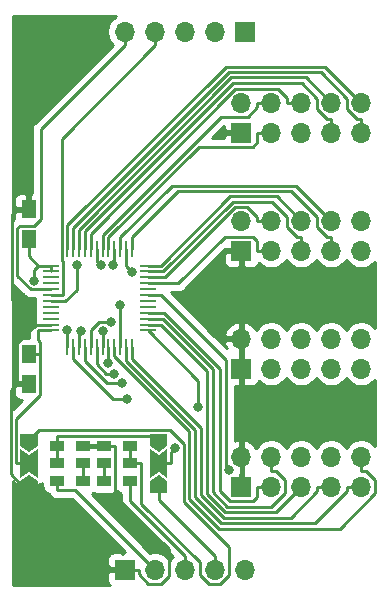
<source format=gtl>
%TF.GenerationSoftware,KiCad,Pcbnew,(5.1.6-0-10_14)*%
%TF.CreationDate,2020-09-10T15:29:25+09:00*%
%TF.ProjectId,qPCR-photo_mux_ADG731BSUZ,71504352-2d70-4686-9f74-6f5f6d75785f,rev?*%
%TF.SameCoordinates,Original*%
%TF.FileFunction,Copper,L1,Top*%
%TF.FilePolarity,Positive*%
%FSLAX46Y46*%
G04 Gerber Fmt 4.6, Leading zero omitted, Abs format (unit mm)*
G04 Created by KiCad (PCBNEW (5.1.6-0-10_14)) date 2020-09-10 15:29:25*
%MOMM*%
%LPD*%
G01*
G04 APERTURE LIST*
%TA.AperFunction,SMDPad,CuDef*%
%ADD10R,1.250000X1.500000*%
%TD*%
%TA.AperFunction,ComponentPad*%
%ADD11O,1.700000X1.700000*%
%TD*%
%TA.AperFunction,ComponentPad*%
%ADD12R,1.700000X1.700000*%
%TD*%
%TA.AperFunction,SMDPad,CuDef*%
%ADD13C,0.100000*%
%TD*%
%TA.AperFunction,Conductor*%
%ADD14C,0.100000*%
%TD*%
%TA.AperFunction,SMDPad,CuDef*%
%ADD15R,1.200000X0.900000*%
%TD*%
%TA.AperFunction,SMDPad,CuDef*%
%ADD16R,1.473200X0.279400*%
%TD*%
%TA.AperFunction,SMDPad,CuDef*%
%ADD17R,0.279400X1.473200*%
%TD*%
%TA.AperFunction,ViaPad*%
%ADD18C,0.800000*%
%TD*%
%TA.AperFunction,Conductor*%
%ADD19C,0.250000*%
%TD*%
%TA.AperFunction,Conductor*%
%ADD20C,0.254000*%
%TD*%
G04 APERTURE END LIST*
D10*
%TO.P,C1,2*%
%TO.N,GND*%
X85000000Y-79500000D03*
%TO.P,C1,1*%
%TO.N,VDD*%
X85000000Y-82000000D03*
%TD*%
%TO.P,C2,1*%
%TO.N,VSS*%
X85000000Y-91750000D03*
%TO.P,C2,2*%
%TO.N,GND*%
X85000000Y-94250000D03*
%TD*%
D11*
%TO.P,J1,5*%
%TO.N,PD_MUX_OUT*%
X103298000Y-110000000D03*
%TO.P,J1,4*%
%TO.N,VCC_LOGIC*%
X100758000Y-110000000D03*
%TO.P,J1,3*%
%TO.N,-10V*%
X98218000Y-110000000D03*
%TO.P,J1,2*%
%TO.N,+10V*%
X95678000Y-110000000D03*
D12*
%TO.P,J1,1*%
%TO.N,GND*%
X93138000Y-110000000D03*
%TD*%
%TO.P,J2,1*%
%TO.N,Net-(J2-Pad1)*%
X103298000Y-64440000D03*
D11*
%TO.P,J2,2*%
%TO.N,Net-(J2-Pad2)*%
X100758000Y-64440000D03*
%TO.P,J2,3*%
%TO.N,PD_MUX_SPL_SCLK*%
X98218000Y-64440000D03*
%TO.P,J2,4*%
%TO.N,PD_MUX_SPI_MOSI*%
X95678000Y-64440000D03*
%TO.P,J2,5*%
%TO.N,PD_MUX_SYNC*%
X93138000Y-64440000D03*
%TD*%
%TA.AperFunction,SMDPad,CuDef*%
D13*
%TO.P,JP1,1*%
%TO.N,VCC_LOGIC*%
G36*
X96000000Y-102000000D02*
G01*
X96750000Y-102500000D01*
X96750000Y-103500000D01*
X95250000Y-103500000D01*
X95250000Y-102500000D01*
X96000000Y-102000000D01*
G37*
%TD.AperFunction*%
%TA.AperFunction,Conductor*%
D14*
%TD*%
%TO.N,VDD*%
%TO.C,JP1*%
G36*
X96000000Y-100300000D02*
G01*
X96750000Y-99800000D01*
X96750000Y-102200000D01*
X96000000Y-101700000D01*
X95250000Y-102200000D01*
X95250000Y-99800000D01*
X96000000Y-100300000D01*
G37*
%TD.AperFunction*%
%TA.AperFunction,SMDPad,CuDef*%
D13*
%TO.P,JP1,3*%
%TO.N,/+3.33V*%
G36*
X96000000Y-100000000D02*
G01*
X95250000Y-99500000D01*
X95250000Y-98500000D01*
X96750000Y-98500000D01*
X96750000Y-99500000D01*
X96000000Y-100000000D01*
G37*
%TD.AperFunction*%
%TD*%
%TA.AperFunction,SMDPad,CuDef*%
%TO.P,JP2,3*%
%TO.N,/-3.33V*%
G36*
X85000000Y-100000000D02*
G01*
X84250000Y-99500000D01*
X84250000Y-98500000D01*
X85750000Y-98500000D01*
X85750000Y-99500000D01*
X85000000Y-100000000D01*
G37*
%TD.AperFunction*%
%TA.AperFunction,Conductor*%
D14*
%TD*%
%TO.N,VSS*%
%TO.C,JP2*%
G36*
X85000000Y-100300000D02*
G01*
X85750000Y-99800000D01*
X85750000Y-102200000D01*
X85000000Y-101700000D01*
X84250000Y-102200000D01*
X84250000Y-99800000D01*
X85000000Y-100300000D01*
G37*
%TD.AperFunction*%
%TA.AperFunction,SMDPad,CuDef*%
D13*
%TO.P,JP2,1*%
%TO.N,GND*%
G36*
X85000000Y-102000000D02*
G01*
X85750000Y-102500000D01*
X85750000Y-103500000D01*
X84250000Y-103500000D01*
X84250000Y-102500000D01*
X85000000Y-102000000D01*
G37*
%TD.AperFunction*%
%TD*%
D11*
%TO.P,N_PD1,10*%
%TO.N,N_PD1_OUT1*%
X113160000Y-70460000D03*
%TO.P,N_PD1,9*%
%TO.N,N_PD1_OUT2*%
X113160000Y-73000000D03*
%TO.P,N_PD1,8*%
%TO.N,N_PD1_OUT3*%
X110620000Y-70460000D03*
%TO.P,N_PD1,7*%
%TO.N,N_PD1_OUT4*%
X110620000Y-73000000D03*
%TO.P,N_PD1,6*%
%TO.N,N_PD1_OUT5*%
X108080000Y-70460000D03*
%TO.P,N_PD1,5*%
%TO.N,N_PD1_OUT6*%
X108080000Y-73000000D03*
%TO.P,N_PD1,4*%
%TO.N,N_PD1_OUT7*%
X105540000Y-70460000D03*
%TO.P,N_PD1,3*%
%TO.N,N_PD1_OUT8*%
X105540000Y-73000000D03*
%TO.P,N_PD1,2*%
%TO.N,GND*%
X103000000Y-70460000D03*
D12*
%TO.P,N_PD1,1*%
X103000000Y-73000000D03*
%TD*%
%TO.P,N_PD2,1*%
%TO.N,GND*%
X103000000Y-83000000D03*
D11*
%TO.P,N_PD2,2*%
X103000000Y-80460000D03*
%TO.P,N_PD2,3*%
%TO.N,N_PD1_OUT16*%
X105540000Y-83000000D03*
%TO.P,N_PD2,4*%
%TO.N,N_PD1_OUT15*%
X105540000Y-80460000D03*
%TO.P,N_PD2,5*%
%TO.N,N_PD1_OUT14*%
X108080000Y-83000000D03*
%TO.P,N_PD2,6*%
%TO.N,N_PD1_OUT13*%
X108080000Y-80460000D03*
%TO.P,N_PD2,7*%
%TO.N,N_PD1_OUT12*%
X110620000Y-83000000D03*
%TO.P,N_PD2,8*%
%TO.N,N_PD1_OUT10*%
X110620000Y-80460000D03*
%TO.P,N_PD2,9*%
%TO.N,N_PD1_OUT11*%
X113160000Y-83000000D03*
%TO.P,N_PD2,10*%
%TO.N,N_PD1_OUT9*%
X113160000Y-80460000D03*
%TD*%
D15*
%TO.P,R1,2*%
%TO.N,Net-(R1-Pad2)*%
X89600000Y-102500000D03*
%TO.P,R1,1*%
%TO.N,+10V*%
X87400000Y-102500000D03*
%TD*%
%TO.P,R2,1*%
%TO.N,Net-(R1-Pad2)*%
X89600000Y-101000000D03*
%TO.P,R2,2*%
%TO.N,/+3.33V*%
X87400000Y-101000000D03*
%TD*%
%TO.P,R3,2*%
%TO.N,GND*%
X89600000Y-99500000D03*
%TO.P,R3,1*%
%TO.N,/+3.33V*%
X87400000Y-99500000D03*
%TD*%
%TO.P,R4,1*%
%TO.N,-10V*%
X93600000Y-102500000D03*
%TO.P,R4,2*%
%TO.N,Net-(R4-Pad2)*%
X91400000Y-102500000D03*
%TD*%
%TO.P,R5,2*%
%TO.N,/-3.33V*%
X93600000Y-101000000D03*
%TO.P,R5,1*%
%TO.N,Net-(R4-Pad2)*%
X91400000Y-101000000D03*
%TD*%
%TO.P,R6,1*%
%TO.N,/-3.33V*%
X93600000Y-99500000D03*
%TO.P,R6,2*%
%TO.N,GND*%
X91400000Y-99500000D03*
%TD*%
D12*
%TO.P,S_PD1,1*%
%TO.N,GND*%
X103000000Y-93000000D03*
D11*
%TO.P,S_PD1,2*%
X103000000Y-90460000D03*
%TO.P,S_PD1,3*%
%TO.N,S_PD1_OUT8*%
X105540000Y-93000000D03*
%TO.P,S_PD1,4*%
%TO.N,S_PD1_OUT7*%
X105540000Y-90460000D03*
%TO.P,S_PD1,5*%
%TO.N,S_PD1_OUT6*%
X108080000Y-93000000D03*
%TO.P,S_PD1,6*%
%TO.N,S_PD1_OUT5*%
X108080000Y-90460000D03*
%TO.P,S_PD1,7*%
%TO.N,S_PD1_OUT4*%
X110620000Y-93000000D03*
%TO.P,S_PD1,8*%
%TO.N,S_PD1_OUT3*%
X110620000Y-90460000D03*
%TO.P,S_PD1,9*%
%TO.N,S_PD1_OUT2*%
X113160000Y-93000000D03*
%TO.P,S_PD1,10*%
%TO.N,S_PD1_OUT1*%
X113160000Y-90460000D03*
%TD*%
%TO.P,S_PD2,10*%
%TO.N,S_PD1_OUT9*%
X113160000Y-100460000D03*
%TO.P,S_PD2,9*%
%TO.N,S_PD1_OUT11*%
X113160000Y-103000000D03*
%TO.P,S_PD2,8*%
%TO.N,S_PD1_OUT10*%
X110620000Y-100460000D03*
%TO.P,S_PD2,7*%
%TO.N,S_PD1_OUT12*%
X110620000Y-103000000D03*
%TO.P,S_PD2,6*%
%TO.N,S_PD1_OUT13*%
X108080000Y-100460000D03*
%TO.P,S_PD2,5*%
%TO.N,S_PD1_OUT14*%
X108080000Y-103000000D03*
%TO.P,S_PD2,4*%
%TO.N,S_PD1_OUT15*%
X105540000Y-100460000D03*
%TO.P,S_PD2,3*%
%TO.N,S_PD1_OUT16*%
X105540000Y-103000000D03*
%TO.P,S_PD2,2*%
%TO.N,GND*%
X103000000Y-100460000D03*
D12*
%TO.P,S_PD2,1*%
X103000000Y-103000000D03*
%TD*%
D16*
%TO.P,U1,48*%
%TO.N,N_PD1_OUT13*%
X95114800Y-84250000D03*
%TO.P,U1,47*%
%TO.N,N_PD1_OUT14*%
X95114800Y-84749999D03*
%TO.P,U1,46*%
%TO.N,N_PD1_OUT15*%
X95114800Y-85250001D03*
%TO.P,U1,45*%
%TO.N,N_PD1_OUT16*%
X95114800Y-85750000D03*
%TO.P,U1,44*%
%TO.N,Net-(U1-Pad44)*%
X95114800Y-86249999D03*
%TO.P,U1,43*%
%TO.N,PD_MUX_OUT*%
X95114800Y-86750000D03*
%TO.P,U1,42*%
%TO.N,Net-(U1-Pad42)*%
X95114800Y-87250000D03*
%TO.P,U1,41*%
%TO.N,Net-(U1-Pad41)*%
X95114800Y-87750001D03*
%TO.P,U1,40*%
%TO.N,S_PD1_OUT16*%
X95114800Y-88250000D03*
%TO.P,U1,39*%
%TO.N,S_PD1_OUT15*%
X95114800Y-88749999D03*
%TO.P,U1,38*%
%TO.N,S_PD1_OUT14*%
X95114800Y-89250001D03*
%TO.P,U1,37*%
%TO.N,S_PD1_OUT13*%
X95114800Y-89750000D03*
D17*
%TO.P,U1,36*%
%TO.N,S_PD1_OUT12*%
X93750000Y-91114800D03*
%TO.P,U1,35*%
%TO.N,S_PD1_OUT11*%
X93250001Y-91114800D03*
%TO.P,U1,34*%
%TO.N,S_PD1_OUT10*%
X92749999Y-91114800D03*
%TO.P,U1,33*%
%TO.N,S_PD1_OUT9*%
X92250000Y-91114800D03*
%TO.P,U1,32*%
%TO.N,S_PD1_OUT8*%
X91750001Y-91114800D03*
%TO.P,U1,31*%
%TO.N,S_PD1_OUT7*%
X91250000Y-91114800D03*
%TO.P,U1,30*%
%TO.N,S_PD1_OUT6*%
X90750000Y-91114800D03*
%TO.P,U1,29*%
%TO.N,S_PD1_OUT5*%
X90249999Y-91114800D03*
%TO.P,U1,28*%
%TO.N,S_PD1_OUT4*%
X89750000Y-91114800D03*
%TO.P,U1,27*%
%TO.N,S_PD1_OUT3*%
X89250001Y-91114800D03*
%TO.P,U1,26*%
%TO.N,S_PD1_OUT2*%
X88749999Y-91114800D03*
%TO.P,U1,25*%
%TO.N,S_PD1_OUT1*%
X88250000Y-91114800D03*
D16*
%TO.P,U1,24*%
%TO.N,VSS*%
X86885200Y-89750000D03*
%TO.P,U1,23*%
%TO.N,GND*%
X86885200Y-89250001D03*
%TO.P,U1,22*%
%TO.N,Net-(U1-Pad22)*%
X86885200Y-88749999D03*
%TO.P,U1,21*%
%TO.N,Net-(U1-Pad21)*%
X86885200Y-88250000D03*
%TO.P,U1,20*%
%TO.N,Net-(U1-Pad20)*%
X86885200Y-87750001D03*
%TO.P,U1,19*%
%TO.N,PD_MUX_SPL_SCLK*%
X86885200Y-87250000D03*
%TO.P,U1,18*%
%TO.N,PD_MUX_SPI_MOSI*%
X86885200Y-86750000D03*
%TO.P,U1,17*%
%TO.N,PD_MUX_SYNC*%
X86885200Y-86249999D03*
%TO.P,U1,16*%
%TO.N,Net-(U1-Pad16)*%
X86885200Y-85750000D03*
%TO.P,U1,15*%
%TO.N,Net-(U1-Pad15)*%
X86885200Y-85250001D03*
%TO.P,U1,14*%
%TO.N,VDD*%
X86885200Y-84749999D03*
%TO.P,U1,13*%
X86885200Y-84250000D03*
D17*
%TO.P,U1,12*%
%TO.N,N_PD1_OUT1*%
X88250000Y-82885200D03*
%TO.P,U1,11*%
%TO.N,N_PD1_OUT2*%
X88749999Y-82885200D03*
%TO.P,U1,10*%
%TO.N,N_PD1_OUT3*%
X89250001Y-82885200D03*
%TO.P,U1,9*%
%TO.N,N_PD1_OUT4*%
X89750000Y-82885200D03*
%TO.P,U1,8*%
%TO.N,N_PD1_OUT5*%
X90249999Y-82885200D03*
%TO.P,U1,7*%
%TO.N,N_PD1_OUT6*%
X90750000Y-82885200D03*
%TO.P,U1,6*%
%TO.N,N_PD1_OUT7*%
X91250000Y-82885200D03*
%TO.P,U1,5*%
%TO.N,N_PD1_OUT8*%
X91750001Y-82885200D03*
%TO.P,U1,4*%
%TO.N,N_PD1_OUT9*%
X92250000Y-82885200D03*
%TO.P,U1,3*%
%TO.N,N_PD1_OUT10*%
X92749999Y-82885200D03*
%TO.P,U1,2*%
%TO.N,N_PD1_OUT11*%
X93250001Y-82885200D03*
%TO.P,U1,1*%
%TO.N,N_PD1_OUT12*%
X93750000Y-82885200D03*
%TD*%
D18*
%TO.N,VDD*%
X97359800Y-99719000D03*
X85457500Y-85546900D03*
%TO.N,PD_MUX_OUT*%
X101941200Y-101543300D03*
%TO.N,PD_MUX_SPL_SCLK*%
X89063900Y-84233000D03*
%TO.N,N_PD1_OUT6*%
X91094900Y-84238500D03*
%TO.N,N_PD1_OUT11*%
X93717600Y-84797400D03*
%TO.N,N_PD1_OUT9*%
X92156300Y-84224600D03*
%TO.N,S_PD1_OUT8*%
X91750000Y-92529300D03*
%TO.N,S_PD1_OUT7*%
X91250000Y-89777100D03*
%TO.N,S_PD1_OUT6*%
X92262700Y-93442600D03*
%TO.N,S_PD1_OUT5*%
X92007300Y-89032200D03*
%TO.N,S_PD1_OUT4*%
X92911100Y-94211100D03*
%TO.N,S_PD1_OUT3*%
X89432700Y-89767500D03*
%TO.N,S_PD1_OUT2*%
X93358700Y-95542300D03*
%TO.N,S_PD1_OUT1*%
X88250000Y-89748700D03*
%TO.N,S_PD1_OUT10*%
X92750000Y-87564600D03*
%TO.N,S_PD1_OUT13*%
X99364700Y-96228200D03*
%TD*%
D19*
%TO.N,GND*%
X84049700Y-79500000D02*
X83599400Y-79950300D01*
X83599400Y-79950300D02*
X83599400Y-87201600D01*
X83599400Y-87201600D02*
X85647800Y-89250000D01*
X85647800Y-89250000D02*
X84049700Y-90848100D01*
X84049700Y-90848100D02*
X84049700Y-94250000D01*
X86885200Y-89250000D02*
X85647800Y-89250000D01*
X85000000Y-79500000D02*
X84049700Y-79500000D01*
X103000000Y-93000000D02*
X103000000Y-90460000D01*
X103000000Y-99284700D02*
X103000000Y-93000000D01*
X103000000Y-100460000D02*
X103000000Y-99284700D01*
X103000000Y-103000000D02*
X103000000Y-100460000D01*
X93138000Y-110000000D02*
X94313300Y-110000000D01*
X91400000Y-99500000D02*
X92325300Y-99500000D01*
X92325300Y-99500000D02*
X92325300Y-103722000D01*
X92325300Y-103722000D02*
X96859000Y-108255700D01*
X96859000Y-108255700D02*
X96859000Y-110552700D01*
X96859000Y-110552700D02*
X96236400Y-111175300D01*
X96236400Y-111175300D02*
X95121200Y-111175300D01*
X95121200Y-111175300D02*
X94313300Y-110367400D01*
X94313300Y-110367400D02*
X94313300Y-110000000D01*
X89600000Y-99500000D02*
X91400000Y-99500000D01*
X93138000Y-110000000D02*
X91962700Y-110000000D01*
X85000000Y-103000000D02*
X91962700Y-109962700D01*
X91962700Y-109962700D02*
X91962700Y-110000000D01*
X84049700Y-94250000D02*
X83474300Y-94825400D01*
X83474300Y-94825400D02*
X83474300Y-101924900D01*
X83474300Y-101924900D02*
X84549400Y-103000000D01*
X84549400Y-103000000D02*
X85000000Y-103000000D01*
X85000000Y-94250000D02*
X84049700Y-94250000D01*
X103000000Y-83000000D02*
X103000000Y-90460000D01*
%TO.N,VDD*%
X97075300Y-101000000D02*
X97075300Y-100003500D01*
X97075300Y-100003500D02*
X97359800Y-99719000D01*
X96000000Y-101000000D02*
X97075300Y-101000000D01*
X85823400Y-84250000D02*
X85457500Y-84615900D01*
X85457500Y-84615900D02*
X85457500Y-85546900D01*
X85823400Y-84250000D02*
X85000000Y-83426600D01*
X85000000Y-83426600D02*
X85000000Y-83075300D01*
X85935900Y-84250000D02*
X85823400Y-84250000D01*
X86885200Y-84250000D02*
X85935900Y-84250000D01*
X86885200Y-84250000D02*
X86885200Y-84750000D01*
X85000000Y-82000000D02*
X85000000Y-83075300D01*
%TO.N,VSS*%
X85950300Y-91750000D02*
X85950300Y-95183400D01*
X85950300Y-95183400D02*
X83924700Y-97209000D01*
X83924700Y-97209000D02*
X83924700Y-101000000D01*
X85823300Y-89750000D02*
X85823300Y-90557500D01*
X85823300Y-90557500D02*
X85950300Y-90684500D01*
X85950300Y-90684500D02*
X85950300Y-91750000D01*
X85000000Y-91750000D02*
X85950300Y-91750000D01*
X86885200Y-89750000D02*
X85823300Y-89750000D01*
X85000000Y-101000000D02*
X83924700Y-101000000D01*
%TO.N,PD_MUX_OUT*%
X95114800Y-86750000D02*
X96176700Y-86750000D01*
X96176700Y-86750000D02*
X101684400Y-92257700D01*
X101684400Y-92257700D02*
X101684400Y-101286500D01*
X101684400Y-101286500D02*
X101941200Y-101543300D01*
%TO.N,VCC_LOGIC*%
X100758000Y-110000000D02*
X100758000Y-108824700D01*
X96000000Y-103000000D02*
X96000000Y-104066700D01*
X96000000Y-104066700D02*
X100758000Y-108824700D01*
%TO.N,-10V*%
X98218000Y-108824700D02*
X93600000Y-104206700D01*
X93600000Y-104206700D02*
X93600000Y-103275300D01*
X98218000Y-110000000D02*
X98218000Y-108824700D01*
X93600000Y-102500000D02*
X93600000Y-103275300D01*
%TO.N,+10V*%
X87400000Y-102500000D02*
X87400000Y-103275300D01*
X87400000Y-103275300D02*
X88953300Y-103275300D01*
X88953300Y-103275300D02*
X95678000Y-110000000D01*
%TO.N,PD_MUX_SPL_SCLK*%
X86885200Y-87250000D02*
X88113900Y-87250000D01*
X88113900Y-87250000D02*
X89063900Y-86300000D01*
X89063900Y-86300000D02*
X89063900Y-84233000D01*
%TO.N,PD_MUX_SPI_MOSI*%
X95678000Y-64440000D02*
X95678000Y-65615300D01*
X86885200Y-86750000D02*
X87947100Y-86750000D01*
X87947100Y-86750000D02*
X87947100Y-83946900D01*
X87947100Y-83946900D02*
X87783900Y-83783700D01*
X87783900Y-83783700D02*
X87783900Y-73509400D01*
X87783900Y-73509400D02*
X95678000Y-65615300D01*
%TO.N,PD_MUX_SYNC*%
X93138000Y-65615300D02*
X86022700Y-72730600D01*
X86022700Y-72730600D02*
X86022700Y-80317900D01*
X86022700Y-80317900D02*
X85416000Y-80924600D01*
X85416000Y-80924600D02*
X84240300Y-80924600D01*
X84240300Y-80924600D02*
X84049700Y-81115200D01*
X84049700Y-81115200D02*
X84049700Y-85164800D01*
X84049700Y-85164800D02*
X85157100Y-86272200D01*
X85157100Y-86272200D02*
X85801100Y-86272200D01*
X85801100Y-86272200D02*
X85823300Y-86250000D01*
X93138000Y-64440000D02*
X93138000Y-65615300D01*
X86885200Y-86250000D02*
X85823300Y-86250000D01*
%TO.N,/+3.33V*%
X87400000Y-99500000D02*
X87400000Y-98724700D01*
X87400000Y-98724700D02*
X95724700Y-98724700D01*
X95724700Y-98724700D02*
X96000000Y-99000000D01*
X87400000Y-101000000D02*
X87400000Y-99500000D01*
%TO.N,/-3.33V*%
X85000000Y-99000000D02*
X85841600Y-98158400D01*
X85841600Y-98158400D02*
X96922700Y-98158400D01*
X96922700Y-98158400D02*
X98144200Y-99379900D01*
X98144200Y-99379900D02*
X98144200Y-104285800D01*
X98144200Y-104285800D02*
X101943800Y-108085400D01*
X101943800Y-108085400D02*
X101943800Y-110488700D01*
X101943800Y-110488700D02*
X101212800Y-111219700D01*
X101212800Y-111219700D02*
X100242900Y-111219700D01*
X100242900Y-111219700D02*
X99488000Y-110464800D01*
X99488000Y-110464800D02*
X99488000Y-109369800D01*
X99488000Y-109369800D02*
X94525300Y-104407100D01*
X94525300Y-104407100D02*
X94525300Y-101000000D01*
X93600000Y-101000000D02*
X94525300Y-101000000D01*
X93600000Y-101000000D02*
X93600000Y-99500000D01*
%TO.N,N_PD1_OUT1*%
X88250000Y-82885200D02*
X88250000Y-80852600D01*
X88250000Y-80852600D02*
X101685300Y-67417300D01*
X101685300Y-67417300D02*
X110117300Y-67417300D01*
X110117300Y-67417300D02*
X113160000Y-70460000D01*
%TO.N,N_PD1_OUT2*%
X88750000Y-82885200D02*
X88750000Y-81046500D01*
X88750000Y-81046500D02*
X101928800Y-67867700D01*
X101928800Y-67867700D02*
X109716600Y-67867700D01*
X109716600Y-67867700D02*
X111984700Y-70135800D01*
X111984700Y-70135800D02*
X111984700Y-71016800D01*
X111984700Y-71016800D02*
X112792600Y-71824700D01*
X112792600Y-71824700D02*
X113160000Y-71824700D01*
X113160000Y-73000000D02*
X113160000Y-71824700D01*
%TO.N,N_PD1_OUT3*%
X89250000Y-82885200D02*
X89250000Y-81214900D01*
X89250000Y-81214900D02*
X102136400Y-68328500D01*
X102136400Y-68328500D02*
X108488500Y-68328500D01*
X108488500Y-68328500D02*
X110620000Y-70460000D01*
%TO.N,N_PD1_OUT4*%
X110620000Y-73000000D02*
X110620000Y-71824700D01*
X89750000Y-82885200D02*
X89750000Y-81351800D01*
X89750000Y-81351800D02*
X102269900Y-68831900D01*
X102269900Y-68831900D02*
X108118300Y-68831900D01*
X108118300Y-68831900D02*
X109444700Y-70158300D01*
X109444700Y-70158300D02*
X109444700Y-71016800D01*
X109444700Y-71016800D02*
X110252600Y-71824700D01*
X110252600Y-71824700D02*
X110620000Y-71824700D01*
%TO.N,N_PD1_OUT5*%
X108080000Y-70460000D02*
X106904700Y-70460000D01*
X90250000Y-82885200D02*
X90250000Y-81539700D01*
X90250000Y-81539700D02*
X102505000Y-69284700D01*
X102505000Y-69284700D02*
X106096800Y-69284700D01*
X106096800Y-69284700D02*
X106904700Y-70092600D01*
X106904700Y-70092600D02*
X106904700Y-70460000D01*
%TO.N,N_PD1_OUT6*%
X90750000Y-82885200D02*
X90750000Y-83947100D01*
X90750000Y-83947100D02*
X90803500Y-83947100D01*
X90803500Y-83947100D02*
X91094900Y-84238500D01*
%TO.N,N_PD1_OUT7*%
X105540000Y-70460000D02*
X104364700Y-70460000D01*
X104364700Y-70460000D02*
X104364700Y-70827400D01*
X104364700Y-70827400D02*
X103556800Y-71635300D01*
X103556800Y-71635300D02*
X101256300Y-71635300D01*
X101256300Y-71635300D02*
X91250000Y-81641600D01*
X91250000Y-81641600D02*
X91250000Y-82885200D01*
%TO.N,N_PD1_OUT8*%
X105540000Y-73000000D02*
X104364700Y-73000000D01*
X91750000Y-82885200D02*
X91750000Y-81823300D01*
X91750000Y-81823300D02*
X99398000Y-74175300D01*
X99398000Y-74175300D02*
X103997500Y-74175300D01*
X103997500Y-74175300D02*
X104364700Y-73808100D01*
X104364700Y-73808100D02*
X104364700Y-73000000D01*
%TO.N,N_PD1_OUT16*%
X105540000Y-83000000D02*
X104364700Y-83000000D01*
X95114800Y-85750000D02*
X97657800Y-85750000D01*
X97657800Y-85750000D02*
X101583100Y-81824700D01*
X101583100Y-81824700D02*
X103997500Y-81824700D01*
X103997500Y-81824700D02*
X104364700Y-82191900D01*
X104364700Y-82191900D02*
X104364700Y-83000000D01*
%TO.N,N_PD1_OUT15*%
X105540000Y-80460000D02*
X104364700Y-80460000D01*
X95114800Y-85250000D02*
X96513400Y-85250000D01*
X96513400Y-85250000D02*
X102478700Y-79284700D01*
X102478700Y-79284700D02*
X103490700Y-79284700D01*
X103490700Y-79284700D02*
X104364700Y-80158700D01*
X104364700Y-80158700D02*
X104364700Y-80460000D01*
%TO.N,N_PD1_OUT14*%
X108080000Y-81824700D02*
X107712600Y-81824700D01*
X107712600Y-81824700D02*
X106904700Y-81016800D01*
X106904700Y-81016800D02*
X106904700Y-80160400D01*
X106904700Y-80160400D02*
X105578700Y-78834400D01*
X105578700Y-78834400D02*
X102258100Y-78834400D01*
X102258100Y-78834400D02*
X96342500Y-84750000D01*
X96342500Y-84750000D02*
X95114800Y-84750000D01*
X108080000Y-83000000D02*
X108080000Y-81824700D01*
%TO.N,N_PD1_OUT13*%
X108080000Y-80460000D02*
X106004100Y-78384100D01*
X106004100Y-78384100D02*
X102042600Y-78384100D01*
X102042600Y-78384100D02*
X96176700Y-84250000D01*
X95114800Y-84250000D02*
X96176700Y-84250000D01*
%TO.N,N_PD1_OUT12*%
X110620000Y-83000000D02*
X110620000Y-81824700D01*
X93750000Y-82885200D02*
X93750000Y-81823300D01*
X93750000Y-81823300D02*
X97643500Y-77929800D01*
X97643500Y-77929800D02*
X107216200Y-77929800D01*
X107216200Y-77929800D02*
X109444700Y-80158300D01*
X109444700Y-80158300D02*
X109444700Y-81016800D01*
X109444700Y-81016800D02*
X110252600Y-81824700D01*
X110252600Y-81824700D02*
X110620000Y-81824700D01*
%TO.N,N_PD1_OUT10*%
X92750000Y-82885200D02*
X92750000Y-81823300D01*
X92750000Y-81823300D02*
X97093900Y-77479400D01*
X97093900Y-77479400D02*
X107639400Y-77479400D01*
X107639400Y-77479400D02*
X110620000Y-80460000D01*
%TO.N,N_PD1_OUT11*%
X93250000Y-82885200D02*
X93250000Y-84329800D01*
X93250000Y-84329800D02*
X93717600Y-84797400D01*
%TO.N,N_PD1_OUT9*%
X92250000Y-82885200D02*
X92250000Y-84130900D01*
X92250000Y-84130900D02*
X92156300Y-84224600D01*
%TO.N,Net-(R1-Pad2)*%
X89600000Y-101000000D02*
X89600000Y-102500000D01*
%TO.N,Net-(R4-Pad2)*%
X91400000Y-102500000D02*
X91400000Y-101000000D01*
%TO.N,S_PD1_OUT8*%
X91750000Y-91114800D02*
X91750000Y-92529300D01*
%TO.N,S_PD1_OUT7*%
X91250000Y-90052900D02*
X91250000Y-89777100D01*
X91250000Y-91114800D02*
X91250000Y-90052900D01*
%TO.N,S_PD1_OUT6*%
X90750000Y-91114800D02*
X90750000Y-92619500D01*
X90750000Y-92619500D02*
X91573100Y-93442600D01*
X91573100Y-93442600D02*
X92262700Y-93442600D01*
%TO.N,S_PD1_OUT5*%
X90250000Y-91114800D02*
X90250000Y-89751300D01*
X90250000Y-89751300D02*
X90969100Y-89032200D01*
X90969100Y-89032200D02*
X92007300Y-89032200D01*
%TO.N,S_PD1_OUT4*%
X89750000Y-92176700D02*
X89750000Y-92335900D01*
X89750000Y-92335900D02*
X91625200Y-94211100D01*
X91625200Y-94211100D02*
X92911100Y-94211100D01*
X89750000Y-91114800D02*
X89750000Y-92176700D01*
%TO.N,S_PD1_OUT3*%
X89250000Y-91114800D02*
X89250000Y-89950200D01*
X89250000Y-89950200D02*
X89432700Y-89767500D01*
%TO.N,S_PD1_OUT2*%
X88750000Y-91114800D02*
X88750000Y-92176700D01*
X88750000Y-92176700D02*
X92115600Y-95542300D01*
X92115600Y-95542300D02*
X93358700Y-95542300D01*
%TO.N,S_PD1_OUT1*%
X88250000Y-91114800D02*
X88250000Y-89748700D01*
%TO.N,S_PD1_OUT9*%
X113160000Y-100460000D02*
X113160000Y-101635300D01*
X92250000Y-91114800D02*
X92250000Y-91952100D01*
X92250000Y-91952100D02*
X98594600Y-98296700D01*
X98594600Y-98296700D02*
X98594600Y-104008600D01*
X98594600Y-104008600D02*
X101132000Y-106546000D01*
X101132000Y-106546000D02*
X111324900Y-106546000D01*
X111324900Y-106546000D02*
X114335300Y-103535600D01*
X114335300Y-103535600D02*
X114335300Y-102443200D01*
X114335300Y-102443200D02*
X113527400Y-101635300D01*
X113527400Y-101635300D02*
X113160000Y-101635300D01*
%TO.N,S_PD1_OUT11*%
X111984700Y-103000000D02*
X111984700Y-103367300D01*
X111984700Y-103367300D02*
X109274200Y-106077800D01*
X109274200Y-106077800D02*
X101300700Y-106077800D01*
X101300700Y-106077800D02*
X99105800Y-103882900D01*
X99105800Y-103882900D02*
X99105800Y-98169800D01*
X99105800Y-98169800D02*
X93250000Y-92314000D01*
X93250000Y-92314000D02*
X93250000Y-91114800D01*
X113160000Y-103000000D02*
X111984700Y-103000000D01*
%TO.N,S_PD1_OUT10*%
X92750000Y-91114800D02*
X92750000Y-87564600D01*
%TO.N,S_PD1_OUT12*%
X109444700Y-103000000D02*
X109444700Y-103367300D01*
X109444700Y-103367300D02*
X107184600Y-105627400D01*
X107184600Y-105627400D02*
X101514300Y-105627400D01*
X101514300Y-105627400D02*
X99556100Y-103669200D01*
X99556100Y-103669200D02*
X99556100Y-97982800D01*
X99556100Y-97982800D02*
X93750000Y-92176700D01*
X110620000Y-103000000D02*
X109444700Y-103000000D01*
X93750000Y-91114800D02*
X93750000Y-92176700D01*
%TO.N,S_PD1_OUT13*%
X95114800Y-89750000D02*
X99364700Y-93999900D01*
X99364700Y-93999900D02*
X99364700Y-96228200D01*
%TO.N,S_PD1_OUT14*%
X108080000Y-103000000D02*
X105957600Y-105122400D01*
X105957600Y-105122400D02*
X101646300Y-105122400D01*
X101646300Y-105122400D02*
X100090000Y-103566100D01*
X100090000Y-103566100D02*
X100090000Y-93163300D01*
X100090000Y-93163300D02*
X96176700Y-89250000D01*
X95114800Y-89250000D02*
X96176700Y-89250000D01*
%TO.N,S_PD1_OUT15*%
X105540000Y-101635300D02*
X105907400Y-101635300D01*
X105907400Y-101635300D02*
X106715300Y-102443200D01*
X106715300Y-102443200D02*
X106715300Y-103491100D01*
X106715300Y-103491100D02*
X105539800Y-104666600D01*
X105539800Y-104666600D02*
X101827400Y-104666600D01*
X101827400Y-104666600D02*
X100578800Y-103418000D01*
X100578800Y-103418000D02*
X100578800Y-92992900D01*
X100578800Y-92992900D02*
X96335900Y-88750000D01*
X96335900Y-88750000D02*
X95114800Y-88750000D01*
X105540000Y-100460000D02*
X105540000Y-101635300D01*
%TO.N,S_PD1_OUT16*%
X104364700Y-103000000D02*
X104364700Y-103808000D01*
X104364700Y-103808000D02*
X103958800Y-104213900D01*
X103958800Y-104213900D02*
X102050000Y-104213900D01*
X102050000Y-104213900D02*
X101215900Y-103379800D01*
X101215900Y-103379800D02*
X101215900Y-92970800D01*
X101215900Y-92970800D02*
X96495100Y-88250000D01*
X96495100Y-88250000D02*
X96176700Y-88250000D01*
X95114800Y-88250000D02*
X96176700Y-88250000D01*
X105540000Y-103000000D02*
X104364700Y-103000000D01*
%TD*%
D20*
%TO.N,GND*%
G36*
X85396061Y-102730908D02*
G01*
X85505820Y-102789502D01*
X85625518Y-102825812D01*
X85750000Y-102838072D01*
X85874482Y-102825812D01*
X85994180Y-102789502D01*
X86104494Y-102730537D01*
X86161928Y-102683402D01*
X86161928Y-102950000D01*
X86174188Y-103074482D01*
X86210498Y-103194180D01*
X86269463Y-103304494D01*
X86348815Y-103401185D01*
X86445506Y-103480537D01*
X86555820Y-103539502D01*
X86675518Y-103575812D01*
X86700170Y-103578240D01*
X86765026Y-103699576D01*
X86859999Y-103815301D01*
X86975724Y-103910274D01*
X87107753Y-103980846D01*
X87251014Y-104024303D01*
X87362667Y-104035300D01*
X87400000Y-104038977D01*
X87437333Y-104035300D01*
X88638499Y-104035300D01*
X93118198Y-108515000D01*
X93010998Y-108515000D01*
X93010998Y-108673748D01*
X92852250Y-108515000D01*
X92288000Y-108511928D01*
X92163518Y-108524188D01*
X92043820Y-108560498D01*
X91933506Y-108619463D01*
X91836815Y-108698815D01*
X91757463Y-108795506D01*
X91698498Y-108905820D01*
X91662188Y-109025518D01*
X91649928Y-109150000D01*
X91653000Y-109714250D01*
X91811750Y-109873000D01*
X93011000Y-109873000D01*
X93011000Y-109853000D01*
X93265000Y-109853000D01*
X93265000Y-109873000D01*
X93285000Y-109873000D01*
X93285000Y-110127000D01*
X93265000Y-110127000D01*
X93265000Y-110147000D01*
X93011000Y-110147000D01*
X93011000Y-110127000D01*
X91811750Y-110127000D01*
X91653000Y-110285750D01*
X91649928Y-110850000D01*
X91662188Y-110974482D01*
X91698498Y-111094180D01*
X91757463Y-111204494D01*
X91836815Y-111301185D01*
X91853649Y-111315000D01*
X83685000Y-111315000D01*
X83685000Y-102489997D01*
X83719092Y-102553939D01*
X83798343Y-102650713D01*
X83894951Y-102730166D01*
X84005204Y-102789246D01*
X84124864Y-102825681D01*
X84249333Y-102838072D01*
X84373827Y-102825941D01*
X84493563Y-102789757D01*
X84603939Y-102730908D01*
X85000000Y-102466867D01*
X85396061Y-102730908D01*
G37*
X85396061Y-102730908D02*
X85505820Y-102789502D01*
X85625518Y-102825812D01*
X85750000Y-102838072D01*
X85874482Y-102825812D01*
X85994180Y-102789502D01*
X86104494Y-102730537D01*
X86161928Y-102683402D01*
X86161928Y-102950000D01*
X86174188Y-103074482D01*
X86210498Y-103194180D01*
X86269463Y-103304494D01*
X86348815Y-103401185D01*
X86445506Y-103480537D01*
X86555820Y-103539502D01*
X86675518Y-103575812D01*
X86700170Y-103578240D01*
X86765026Y-103699576D01*
X86859999Y-103815301D01*
X86975724Y-103910274D01*
X87107753Y-103980846D01*
X87251014Y-104024303D01*
X87362667Y-104035300D01*
X87400000Y-104038977D01*
X87437333Y-104035300D01*
X88638499Y-104035300D01*
X93118198Y-108515000D01*
X93010998Y-108515000D01*
X93010998Y-108673748D01*
X92852250Y-108515000D01*
X92288000Y-108511928D01*
X92163518Y-108524188D01*
X92043820Y-108560498D01*
X91933506Y-108619463D01*
X91836815Y-108698815D01*
X91757463Y-108795506D01*
X91698498Y-108905820D01*
X91662188Y-109025518D01*
X91649928Y-109150000D01*
X91653000Y-109714250D01*
X91811750Y-109873000D01*
X93011000Y-109873000D01*
X93011000Y-109853000D01*
X93265000Y-109853000D01*
X93265000Y-109873000D01*
X93285000Y-109873000D01*
X93285000Y-110127000D01*
X93265000Y-110127000D01*
X93265000Y-110147000D01*
X93011000Y-110147000D01*
X93011000Y-110127000D01*
X91811750Y-110127000D01*
X91653000Y-110285750D01*
X91649928Y-110850000D01*
X91662188Y-110974482D01*
X91698498Y-111094180D01*
X91757463Y-111204494D01*
X91836815Y-111301185D01*
X91853649Y-111315000D01*
X83685000Y-111315000D01*
X83685000Y-102489997D01*
X83719092Y-102553939D01*
X83798343Y-102650713D01*
X83894951Y-102730166D01*
X84005204Y-102789246D01*
X84124864Y-102825681D01*
X84249333Y-102838072D01*
X84373827Y-102825941D01*
X84493563Y-102789757D01*
X84603939Y-102730908D01*
X85000000Y-102466867D01*
X85396061Y-102730908D01*
G36*
X92548815Y-103401185D02*
G01*
X92645506Y-103480537D01*
X92755820Y-103539502D01*
X92840001Y-103565038D01*
X92840000Y-104169377D01*
X92836324Y-104206700D01*
X92840000Y-104244022D01*
X92840000Y-104244032D01*
X92850997Y-104355685D01*
X92892036Y-104490976D01*
X92894454Y-104498946D01*
X92965026Y-104630976D01*
X92994262Y-104666600D01*
X93059999Y-104746701D01*
X93089003Y-104770504D01*
X97218196Y-108899697D01*
X97064525Y-109053368D01*
X96948000Y-109227760D01*
X96831475Y-109053368D01*
X96624632Y-108846525D01*
X96381411Y-108684010D01*
X96111158Y-108572068D01*
X95824260Y-108515000D01*
X95531740Y-108515000D01*
X95311592Y-108558790D01*
X90327652Y-103574851D01*
X90444180Y-103539502D01*
X90500000Y-103509665D01*
X90555820Y-103539502D01*
X90675518Y-103575812D01*
X90800000Y-103588072D01*
X92000000Y-103588072D01*
X92124482Y-103575812D01*
X92244180Y-103539502D01*
X92354494Y-103480537D01*
X92451185Y-103401185D01*
X92500000Y-103341704D01*
X92548815Y-103401185D01*
G37*
X92548815Y-103401185D02*
X92645506Y-103480537D01*
X92755820Y-103539502D01*
X92840001Y-103565038D01*
X92840000Y-104169377D01*
X92836324Y-104206700D01*
X92840000Y-104244022D01*
X92840000Y-104244032D01*
X92850997Y-104355685D01*
X92892036Y-104490976D01*
X92894454Y-104498946D01*
X92965026Y-104630976D01*
X92994262Y-104666600D01*
X93059999Y-104746701D01*
X93089003Y-104770504D01*
X97218196Y-108899697D01*
X97064525Y-109053368D01*
X96948000Y-109227760D01*
X96831475Y-109053368D01*
X96624632Y-108846525D01*
X96381411Y-108684010D01*
X96111158Y-108572068D01*
X95824260Y-108515000D01*
X95531740Y-108515000D01*
X95311592Y-108558790D01*
X90327652Y-103574851D01*
X90444180Y-103539502D01*
X90500000Y-103509665D01*
X90555820Y-103539502D01*
X90675518Y-103575812D01*
X90800000Y-103588072D01*
X92000000Y-103588072D01*
X92124482Y-103575812D01*
X92244180Y-103539502D01*
X92354494Y-103480537D01*
X92451185Y-103401185D01*
X92500000Y-103341704D01*
X92548815Y-103401185D01*
G36*
X101673750Y-82873000D02*
G01*
X102873000Y-82873000D01*
X102873000Y-82853000D01*
X103127000Y-82853000D01*
X103127000Y-82873000D01*
X103147000Y-82873000D01*
X103147000Y-83127000D01*
X103127000Y-83127000D01*
X103127000Y-84326250D01*
X103285750Y-84485000D01*
X103850000Y-84488072D01*
X103974482Y-84475812D01*
X104094180Y-84439502D01*
X104204494Y-84380537D01*
X104301185Y-84301185D01*
X104380537Y-84204494D01*
X104439502Y-84094180D01*
X104461513Y-84021620D01*
X104593368Y-84153475D01*
X104836589Y-84315990D01*
X105106842Y-84427932D01*
X105393740Y-84485000D01*
X105686260Y-84485000D01*
X105973158Y-84427932D01*
X106243411Y-84315990D01*
X106486632Y-84153475D01*
X106693475Y-83946632D01*
X106810000Y-83772240D01*
X106926525Y-83946632D01*
X107133368Y-84153475D01*
X107376589Y-84315990D01*
X107646842Y-84427932D01*
X107933740Y-84485000D01*
X108226260Y-84485000D01*
X108513158Y-84427932D01*
X108783411Y-84315990D01*
X109026632Y-84153475D01*
X109233475Y-83946632D01*
X109350000Y-83772240D01*
X109466525Y-83946632D01*
X109673368Y-84153475D01*
X109916589Y-84315990D01*
X110186842Y-84427932D01*
X110473740Y-84485000D01*
X110766260Y-84485000D01*
X111053158Y-84427932D01*
X111323411Y-84315990D01*
X111566632Y-84153475D01*
X111773475Y-83946632D01*
X111890000Y-83772240D01*
X112006525Y-83946632D01*
X112213368Y-84153475D01*
X112456589Y-84315990D01*
X112726842Y-84427932D01*
X113013740Y-84485000D01*
X113306260Y-84485000D01*
X113593158Y-84427932D01*
X113863411Y-84315990D01*
X114106632Y-84153475D01*
X114313475Y-83946632D01*
X114315000Y-83944349D01*
X114315001Y-89515651D01*
X114313475Y-89513368D01*
X114106632Y-89306525D01*
X113863411Y-89144010D01*
X113593158Y-89032068D01*
X113306260Y-88975000D01*
X113013740Y-88975000D01*
X112726842Y-89032068D01*
X112456589Y-89144010D01*
X112213368Y-89306525D01*
X112006525Y-89513368D01*
X111890000Y-89687760D01*
X111773475Y-89513368D01*
X111566632Y-89306525D01*
X111323411Y-89144010D01*
X111053158Y-89032068D01*
X110766260Y-88975000D01*
X110473740Y-88975000D01*
X110186842Y-89032068D01*
X109916589Y-89144010D01*
X109673368Y-89306525D01*
X109466525Y-89513368D01*
X109350000Y-89687760D01*
X109233475Y-89513368D01*
X109026632Y-89306525D01*
X108783411Y-89144010D01*
X108513158Y-89032068D01*
X108226260Y-88975000D01*
X107933740Y-88975000D01*
X107646842Y-89032068D01*
X107376589Y-89144010D01*
X107133368Y-89306525D01*
X106926525Y-89513368D01*
X106810000Y-89687760D01*
X106693475Y-89513368D01*
X106486632Y-89306525D01*
X106243411Y-89144010D01*
X105973158Y-89032068D01*
X105686260Y-88975000D01*
X105393740Y-88975000D01*
X105106842Y-89032068D01*
X104836589Y-89144010D01*
X104593368Y-89306525D01*
X104386525Y-89513368D01*
X104264805Y-89695534D01*
X104195178Y-89578645D01*
X104000269Y-89362412D01*
X103766920Y-89188359D01*
X103504099Y-89063175D01*
X103356890Y-89018524D01*
X103127000Y-89139845D01*
X103127000Y-90333000D01*
X103147000Y-90333000D01*
X103147000Y-90587000D01*
X103127000Y-90587000D01*
X103127000Y-92873000D01*
X103147000Y-92873000D01*
X103147000Y-93127000D01*
X103127000Y-93127000D01*
X103127000Y-94326250D01*
X103285750Y-94485000D01*
X103850000Y-94488072D01*
X103974482Y-94475812D01*
X104094180Y-94439502D01*
X104204494Y-94380537D01*
X104301185Y-94301185D01*
X104380537Y-94204494D01*
X104439502Y-94094180D01*
X104461513Y-94021620D01*
X104593368Y-94153475D01*
X104836589Y-94315990D01*
X105106842Y-94427932D01*
X105393740Y-94485000D01*
X105686260Y-94485000D01*
X105973158Y-94427932D01*
X106243411Y-94315990D01*
X106486632Y-94153475D01*
X106693475Y-93946632D01*
X106810000Y-93772240D01*
X106926525Y-93946632D01*
X107133368Y-94153475D01*
X107376589Y-94315990D01*
X107646842Y-94427932D01*
X107933740Y-94485000D01*
X108226260Y-94485000D01*
X108513158Y-94427932D01*
X108783411Y-94315990D01*
X109026632Y-94153475D01*
X109233475Y-93946632D01*
X109350000Y-93772240D01*
X109466525Y-93946632D01*
X109673368Y-94153475D01*
X109916589Y-94315990D01*
X110186842Y-94427932D01*
X110473740Y-94485000D01*
X110766260Y-94485000D01*
X111053158Y-94427932D01*
X111323411Y-94315990D01*
X111566632Y-94153475D01*
X111773475Y-93946632D01*
X111890000Y-93772240D01*
X112006525Y-93946632D01*
X112213368Y-94153475D01*
X112456589Y-94315990D01*
X112726842Y-94427932D01*
X113013740Y-94485000D01*
X113306260Y-94485000D01*
X113593158Y-94427932D01*
X113863411Y-94315990D01*
X114106632Y-94153475D01*
X114313475Y-93946632D01*
X114315001Y-93944349D01*
X114315001Y-99515651D01*
X114313475Y-99513368D01*
X114106632Y-99306525D01*
X113863411Y-99144010D01*
X113593158Y-99032068D01*
X113306260Y-98975000D01*
X113013740Y-98975000D01*
X112726842Y-99032068D01*
X112456589Y-99144010D01*
X112213368Y-99306525D01*
X112006525Y-99513368D01*
X111890000Y-99687760D01*
X111773475Y-99513368D01*
X111566632Y-99306525D01*
X111323411Y-99144010D01*
X111053158Y-99032068D01*
X110766260Y-98975000D01*
X110473740Y-98975000D01*
X110186842Y-99032068D01*
X109916589Y-99144010D01*
X109673368Y-99306525D01*
X109466525Y-99513368D01*
X109350000Y-99687760D01*
X109233475Y-99513368D01*
X109026632Y-99306525D01*
X108783411Y-99144010D01*
X108513158Y-99032068D01*
X108226260Y-98975000D01*
X107933740Y-98975000D01*
X107646842Y-99032068D01*
X107376589Y-99144010D01*
X107133368Y-99306525D01*
X106926525Y-99513368D01*
X106810000Y-99687760D01*
X106693475Y-99513368D01*
X106486632Y-99306525D01*
X106243411Y-99144010D01*
X105973158Y-99032068D01*
X105686260Y-98975000D01*
X105393740Y-98975000D01*
X105106842Y-99032068D01*
X104836589Y-99144010D01*
X104593368Y-99306525D01*
X104386525Y-99513368D01*
X104264805Y-99695534D01*
X104195178Y-99578645D01*
X104000269Y-99362412D01*
X103766920Y-99188359D01*
X103504099Y-99063175D01*
X103356890Y-99018524D01*
X103127000Y-99139845D01*
X103127000Y-100333000D01*
X103147000Y-100333000D01*
X103147000Y-100587000D01*
X103127000Y-100587000D01*
X103127000Y-102873000D01*
X103147000Y-102873000D01*
X103147000Y-103127000D01*
X103127000Y-103127000D01*
X103127000Y-103147000D01*
X102873000Y-103147000D01*
X102873000Y-103127000D01*
X102853000Y-103127000D01*
X102853000Y-102873000D01*
X102873000Y-102873000D01*
X102873000Y-101998321D01*
X102936426Y-101845198D01*
X102976200Y-101645239D01*
X102976200Y-101441361D01*
X102936426Y-101241402D01*
X102873000Y-101088279D01*
X102873000Y-100587000D01*
X102853000Y-100587000D01*
X102853000Y-100333000D01*
X102873000Y-100333000D01*
X102873000Y-99139845D01*
X102643110Y-99018524D01*
X102495901Y-99063175D01*
X102444400Y-99087705D01*
X102444400Y-94486469D01*
X102714250Y-94485000D01*
X102873000Y-94326250D01*
X102873000Y-93127000D01*
X102853000Y-93127000D01*
X102853000Y-92873000D01*
X102873000Y-92873000D01*
X102873000Y-90587000D01*
X101679186Y-90587000D01*
X101558519Y-90816891D01*
X101655843Y-91091252D01*
X101748788Y-91247286D01*
X100604611Y-90103109D01*
X101558519Y-90103109D01*
X101679186Y-90333000D01*
X102873000Y-90333000D01*
X102873000Y-89139845D01*
X102643110Y-89018524D01*
X102495901Y-89063175D01*
X102233080Y-89188359D01*
X101999731Y-89362412D01*
X101804822Y-89578645D01*
X101655843Y-89828748D01*
X101558519Y-90103109D01*
X100604611Y-90103109D01*
X97011501Y-86510000D01*
X97620478Y-86510000D01*
X97657800Y-86513676D01*
X97695122Y-86510000D01*
X97695133Y-86510000D01*
X97806786Y-86499003D01*
X97950047Y-86455546D01*
X98082076Y-86384974D01*
X98197801Y-86290001D01*
X98221604Y-86260997D01*
X100632601Y-83850000D01*
X101511928Y-83850000D01*
X101524188Y-83974482D01*
X101560498Y-84094180D01*
X101619463Y-84204494D01*
X101698815Y-84301185D01*
X101795506Y-84380537D01*
X101905820Y-84439502D01*
X102025518Y-84475812D01*
X102150000Y-84488072D01*
X102714250Y-84485000D01*
X102873000Y-84326250D01*
X102873000Y-83127000D01*
X101673750Y-83127000D01*
X101515000Y-83285750D01*
X101511928Y-83850000D01*
X100632601Y-83850000D01*
X101641676Y-82840926D01*
X101673750Y-82873000D01*
G37*
X101673750Y-82873000D02*
X102873000Y-82873000D01*
X102873000Y-82853000D01*
X103127000Y-82853000D01*
X103127000Y-82873000D01*
X103147000Y-82873000D01*
X103147000Y-83127000D01*
X103127000Y-83127000D01*
X103127000Y-84326250D01*
X103285750Y-84485000D01*
X103850000Y-84488072D01*
X103974482Y-84475812D01*
X104094180Y-84439502D01*
X104204494Y-84380537D01*
X104301185Y-84301185D01*
X104380537Y-84204494D01*
X104439502Y-84094180D01*
X104461513Y-84021620D01*
X104593368Y-84153475D01*
X104836589Y-84315990D01*
X105106842Y-84427932D01*
X105393740Y-84485000D01*
X105686260Y-84485000D01*
X105973158Y-84427932D01*
X106243411Y-84315990D01*
X106486632Y-84153475D01*
X106693475Y-83946632D01*
X106810000Y-83772240D01*
X106926525Y-83946632D01*
X107133368Y-84153475D01*
X107376589Y-84315990D01*
X107646842Y-84427932D01*
X107933740Y-84485000D01*
X108226260Y-84485000D01*
X108513158Y-84427932D01*
X108783411Y-84315990D01*
X109026632Y-84153475D01*
X109233475Y-83946632D01*
X109350000Y-83772240D01*
X109466525Y-83946632D01*
X109673368Y-84153475D01*
X109916589Y-84315990D01*
X110186842Y-84427932D01*
X110473740Y-84485000D01*
X110766260Y-84485000D01*
X111053158Y-84427932D01*
X111323411Y-84315990D01*
X111566632Y-84153475D01*
X111773475Y-83946632D01*
X111890000Y-83772240D01*
X112006525Y-83946632D01*
X112213368Y-84153475D01*
X112456589Y-84315990D01*
X112726842Y-84427932D01*
X113013740Y-84485000D01*
X113306260Y-84485000D01*
X113593158Y-84427932D01*
X113863411Y-84315990D01*
X114106632Y-84153475D01*
X114313475Y-83946632D01*
X114315000Y-83944349D01*
X114315001Y-89515651D01*
X114313475Y-89513368D01*
X114106632Y-89306525D01*
X113863411Y-89144010D01*
X113593158Y-89032068D01*
X113306260Y-88975000D01*
X113013740Y-88975000D01*
X112726842Y-89032068D01*
X112456589Y-89144010D01*
X112213368Y-89306525D01*
X112006525Y-89513368D01*
X111890000Y-89687760D01*
X111773475Y-89513368D01*
X111566632Y-89306525D01*
X111323411Y-89144010D01*
X111053158Y-89032068D01*
X110766260Y-88975000D01*
X110473740Y-88975000D01*
X110186842Y-89032068D01*
X109916589Y-89144010D01*
X109673368Y-89306525D01*
X109466525Y-89513368D01*
X109350000Y-89687760D01*
X109233475Y-89513368D01*
X109026632Y-89306525D01*
X108783411Y-89144010D01*
X108513158Y-89032068D01*
X108226260Y-88975000D01*
X107933740Y-88975000D01*
X107646842Y-89032068D01*
X107376589Y-89144010D01*
X107133368Y-89306525D01*
X106926525Y-89513368D01*
X106810000Y-89687760D01*
X106693475Y-89513368D01*
X106486632Y-89306525D01*
X106243411Y-89144010D01*
X105973158Y-89032068D01*
X105686260Y-88975000D01*
X105393740Y-88975000D01*
X105106842Y-89032068D01*
X104836589Y-89144010D01*
X104593368Y-89306525D01*
X104386525Y-89513368D01*
X104264805Y-89695534D01*
X104195178Y-89578645D01*
X104000269Y-89362412D01*
X103766920Y-89188359D01*
X103504099Y-89063175D01*
X103356890Y-89018524D01*
X103127000Y-89139845D01*
X103127000Y-90333000D01*
X103147000Y-90333000D01*
X103147000Y-90587000D01*
X103127000Y-90587000D01*
X103127000Y-92873000D01*
X103147000Y-92873000D01*
X103147000Y-93127000D01*
X103127000Y-93127000D01*
X103127000Y-94326250D01*
X103285750Y-94485000D01*
X103850000Y-94488072D01*
X103974482Y-94475812D01*
X104094180Y-94439502D01*
X104204494Y-94380537D01*
X104301185Y-94301185D01*
X104380537Y-94204494D01*
X104439502Y-94094180D01*
X104461513Y-94021620D01*
X104593368Y-94153475D01*
X104836589Y-94315990D01*
X105106842Y-94427932D01*
X105393740Y-94485000D01*
X105686260Y-94485000D01*
X105973158Y-94427932D01*
X106243411Y-94315990D01*
X106486632Y-94153475D01*
X106693475Y-93946632D01*
X106810000Y-93772240D01*
X106926525Y-93946632D01*
X107133368Y-94153475D01*
X107376589Y-94315990D01*
X107646842Y-94427932D01*
X107933740Y-94485000D01*
X108226260Y-94485000D01*
X108513158Y-94427932D01*
X108783411Y-94315990D01*
X109026632Y-94153475D01*
X109233475Y-93946632D01*
X109350000Y-93772240D01*
X109466525Y-93946632D01*
X109673368Y-94153475D01*
X109916589Y-94315990D01*
X110186842Y-94427932D01*
X110473740Y-94485000D01*
X110766260Y-94485000D01*
X111053158Y-94427932D01*
X111323411Y-94315990D01*
X111566632Y-94153475D01*
X111773475Y-93946632D01*
X111890000Y-93772240D01*
X112006525Y-93946632D01*
X112213368Y-94153475D01*
X112456589Y-94315990D01*
X112726842Y-94427932D01*
X113013740Y-94485000D01*
X113306260Y-94485000D01*
X113593158Y-94427932D01*
X113863411Y-94315990D01*
X114106632Y-94153475D01*
X114313475Y-93946632D01*
X114315001Y-93944349D01*
X114315001Y-99515651D01*
X114313475Y-99513368D01*
X114106632Y-99306525D01*
X113863411Y-99144010D01*
X113593158Y-99032068D01*
X113306260Y-98975000D01*
X113013740Y-98975000D01*
X112726842Y-99032068D01*
X112456589Y-99144010D01*
X112213368Y-99306525D01*
X112006525Y-99513368D01*
X111890000Y-99687760D01*
X111773475Y-99513368D01*
X111566632Y-99306525D01*
X111323411Y-99144010D01*
X111053158Y-99032068D01*
X110766260Y-98975000D01*
X110473740Y-98975000D01*
X110186842Y-99032068D01*
X109916589Y-99144010D01*
X109673368Y-99306525D01*
X109466525Y-99513368D01*
X109350000Y-99687760D01*
X109233475Y-99513368D01*
X109026632Y-99306525D01*
X108783411Y-99144010D01*
X108513158Y-99032068D01*
X108226260Y-98975000D01*
X107933740Y-98975000D01*
X107646842Y-99032068D01*
X107376589Y-99144010D01*
X107133368Y-99306525D01*
X106926525Y-99513368D01*
X106810000Y-99687760D01*
X106693475Y-99513368D01*
X106486632Y-99306525D01*
X106243411Y-99144010D01*
X105973158Y-99032068D01*
X105686260Y-98975000D01*
X105393740Y-98975000D01*
X105106842Y-99032068D01*
X104836589Y-99144010D01*
X104593368Y-99306525D01*
X104386525Y-99513368D01*
X104264805Y-99695534D01*
X104195178Y-99578645D01*
X104000269Y-99362412D01*
X103766920Y-99188359D01*
X103504099Y-99063175D01*
X103356890Y-99018524D01*
X103127000Y-99139845D01*
X103127000Y-100333000D01*
X103147000Y-100333000D01*
X103147000Y-100587000D01*
X103127000Y-100587000D01*
X103127000Y-102873000D01*
X103147000Y-102873000D01*
X103147000Y-103127000D01*
X103127000Y-103127000D01*
X103127000Y-103147000D01*
X102873000Y-103147000D01*
X102873000Y-103127000D01*
X102853000Y-103127000D01*
X102853000Y-102873000D01*
X102873000Y-102873000D01*
X102873000Y-101998321D01*
X102936426Y-101845198D01*
X102976200Y-101645239D01*
X102976200Y-101441361D01*
X102936426Y-101241402D01*
X102873000Y-101088279D01*
X102873000Y-100587000D01*
X102853000Y-100587000D01*
X102853000Y-100333000D01*
X102873000Y-100333000D01*
X102873000Y-99139845D01*
X102643110Y-99018524D01*
X102495901Y-99063175D01*
X102444400Y-99087705D01*
X102444400Y-94486469D01*
X102714250Y-94485000D01*
X102873000Y-94326250D01*
X102873000Y-93127000D01*
X102853000Y-93127000D01*
X102853000Y-92873000D01*
X102873000Y-92873000D01*
X102873000Y-90587000D01*
X101679186Y-90587000D01*
X101558519Y-90816891D01*
X101655843Y-91091252D01*
X101748788Y-91247286D01*
X100604611Y-90103109D01*
X101558519Y-90103109D01*
X101679186Y-90333000D01*
X102873000Y-90333000D01*
X102873000Y-89139845D01*
X102643110Y-89018524D01*
X102495901Y-89063175D01*
X102233080Y-89188359D01*
X101999731Y-89362412D01*
X101804822Y-89578645D01*
X101655843Y-89828748D01*
X101558519Y-90103109D01*
X100604611Y-90103109D01*
X97011501Y-86510000D01*
X97620478Y-86510000D01*
X97657800Y-86513676D01*
X97695122Y-86510000D01*
X97695133Y-86510000D01*
X97806786Y-86499003D01*
X97950047Y-86455546D01*
X98082076Y-86384974D01*
X98197801Y-86290001D01*
X98221604Y-86260997D01*
X100632601Y-83850000D01*
X101511928Y-83850000D01*
X101524188Y-83974482D01*
X101560498Y-84094180D01*
X101619463Y-84204494D01*
X101698815Y-84301185D01*
X101795506Y-84380537D01*
X101905820Y-84439502D01*
X102025518Y-84475812D01*
X102150000Y-84488072D01*
X102714250Y-84485000D01*
X102873000Y-84326250D01*
X102873000Y-83127000D01*
X101673750Y-83127000D01*
X101515000Y-83285750D01*
X101511928Y-83850000D01*
X100632601Y-83850000D01*
X101641676Y-82840926D01*
X101673750Y-82873000D01*
G36*
X91547000Y-99627000D02*
G01*
X91527000Y-99627000D01*
X91527000Y-99647000D01*
X91273000Y-99647000D01*
X91273000Y-99627000D01*
X89727000Y-99627000D01*
X89727000Y-99647000D01*
X89473000Y-99647000D01*
X89473000Y-99627000D01*
X89453000Y-99627000D01*
X89453000Y-99484700D01*
X91547000Y-99484700D01*
X91547000Y-99627000D01*
G37*
X91547000Y-99627000D02*
X91527000Y-99627000D01*
X91527000Y-99647000D01*
X91273000Y-99647000D01*
X91273000Y-99627000D01*
X89727000Y-99627000D01*
X89727000Y-99647000D01*
X89473000Y-99647000D01*
X89473000Y-99627000D01*
X89453000Y-99627000D01*
X89453000Y-99484700D01*
X91547000Y-99484700D01*
X91547000Y-99627000D01*
G36*
X84593301Y-86783203D02*
G01*
X84617099Y-86812201D01*
X84646097Y-86835999D01*
X84732823Y-86907174D01*
X84864853Y-86977746D01*
X85008114Y-87021203D01*
X85119767Y-87032200D01*
X85119776Y-87032200D01*
X85157099Y-87035876D01*
X85194422Y-87032200D01*
X85518220Y-87032200D01*
X85510528Y-87110300D01*
X85510528Y-87389700D01*
X85521391Y-87500001D01*
X85510528Y-87610301D01*
X85510528Y-87889701D01*
X85521391Y-88000001D01*
X85510528Y-88110300D01*
X85510528Y-88389700D01*
X85521391Y-88500000D01*
X85510528Y-88610299D01*
X85510528Y-88889699D01*
X85521757Y-89003717D01*
X85516467Y-89052251D01*
X85399024Y-89115026D01*
X85283299Y-89209999D01*
X85188326Y-89325724D01*
X85117754Y-89457753D01*
X85074297Y-89601014D01*
X85059623Y-89750000D01*
X85063300Y-89787333D01*
X85063300Y-90361928D01*
X84375000Y-90361928D01*
X84250518Y-90374188D01*
X84130820Y-90410498D01*
X84020506Y-90469463D01*
X83923815Y-90548815D01*
X83844463Y-90645506D01*
X83785498Y-90755820D01*
X83749188Y-90875518D01*
X83736928Y-91000000D01*
X83736928Y-92500000D01*
X83749188Y-92624482D01*
X83785498Y-92744180D01*
X83844463Y-92854494D01*
X83923815Y-92951185D01*
X83983296Y-93000000D01*
X83923815Y-93048815D01*
X83844463Y-93145506D01*
X83785498Y-93255820D01*
X83749188Y-93375518D01*
X83736928Y-93500000D01*
X83740000Y-93964250D01*
X83898750Y-94123000D01*
X84873000Y-94123000D01*
X84873000Y-94103000D01*
X85127000Y-94103000D01*
X85127000Y-94123000D01*
X85147000Y-94123000D01*
X85147000Y-94377000D01*
X85127000Y-94377000D01*
X85127000Y-94397000D01*
X84873000Y-94397000D01*
X84873000Y-94377000D01*
X83898750Y-94377000D01*
X83740000Y-94535750D01*
X83736928Y-95000000D01*
X83749188Y-95124482D01*
X83785498Y-95244180D01*
X83844463Y-95354494D01*
X83923815Y-95451185D01*
X84020506Y-95530537D01*
X84130820Y-95589502D01*
X84250518Y-95625812D01*
X84375000Y-95638072D01*
X84421245Y-95637653D01*
X83685000Y-96373899D01*
X83685000Y-85874901D01*
X84593301Y-86783203D01*
G37*
X84593301Y-86783203D02*
X84617099Y-86812201D01*
X84646097Y-86835999D01*
X84732823Y-86907174D01*
X84864853Y-86977746D01*
X85008114Y-87021203D01*
X85119767Y-87032200D01*
X85119776Y-87032200D01*
X85157099Y-87035876D01*
X85194422Y-87032200D01*
X85518220Y-87032200D01*
X85510528Y-87110300D01*
X85510528Y-87389700D01*
X85521391Y-87500001D01*
X85510528Y-87610301D01*
X85510528Y-87889701D01*
X85521391Y-88000001D01*
X85510528Y-88110300D01*
X85510528Y-88389700D01*
X85521391Y-88500000D01*
X85510528Y-88610299D01*
X85510528Y-88889699D01*
X85521757Y-89003717D01*
X85516467Y-89052251D01*
X85399024Y-89115026D01*
X85283299Y-89209999D01*
X85188326Y-89325724D01*
X85117754Y-89457753D01*
X85074297Y-89601014D01*
X85059623Y-89750000D01*
X85063300Y-89787333D01*
X85063300Y-90361928D01*
X84375000Y-90361928D01*
X84250518Y-90374188D01*
X84130820Y-90410498D01*
X84020506Y-90469463D01*
X83923815Y-90548815D01*
X83844463Y-90645506D01*
X83785498Y-90755820D01*
X83749188Y-90875518D01*
X83736928Y-91000000D01*
X83736928Y-92500000D01*
X83749188Y-92624482D01*
X83785498Y-92744180D01*
X83844463Y-92854494D01*
X83923815Y-92951185D01*
X83983296Y-93000000D01*
X83923815Y-93048815D01*
X83844463Y-93145506D01*
X83785498Y-93255820D01*
X83749188Y-93375518D01*
X83736928Y-93500000D01*
X83740000Y-93964250D01*
X83898750Y-94123000D01*
X84873000Y-94123000D01*
X84873000Y-94103000D01*
X85127000Y-94103000D01*
X85127000Y-94123000D01*
X85147000Y-94123000D01*
X85147000Y-94377000D01*
X85127000Y-94377000D01*
X85127000Y-94397000D01*
X84873000Y-94397000D01*
X84873000Y-94377000D01*
X83898750Y-94377000D01*
X83740000Y-94535750D01*
X83736928Y-95000000D01*
X83749188Y-95124482D01*
X83785498Y-95244180D01*
X83844463Y-95354494D01*
X83923815Y-95451185D01*
X84020506Y-95530537D01*
X84130820Y-95589502D01*
X84250518Y-95625812D01*
X84375000Y-95638072D01*
X84421245Y-95637653D01*
X83685000Y-96373899D01*
X83685000Y-85874901D01*
X84593301Y-86783203D01*
G36*
X103127000Y-80333000D02*
G01*
X103147000Y-80333000D01*
X103147000Y-80587000D01*
X103127000Y-80587000D01*
X103127000Y-80607000D01*
X102873000Y-80607000D01*
X102873000Y-80587000D01*
X102853000Y-80587000D01*
X102853000Y-80333000D01*
X102873000Y-80333000D01*
X102873000Y-80313000D01*
X103127000Y-80313000D01*
X103127000Y-80333000D01*
G37*
X103127000Y-80333000D02*
X103147000Y-80333000D01*
X103147000Y-80587000D01*
X103127000Y-80587000D01*
X103127000Y-80607000D01*
X102873000Y-80607000D01*
X102873000Y-80587000D01*
X102853000Y-80587000D01*
X102853000Y-80333000D01*
X102873000Y-80333000D01*
X102873000Y-80313000D01*
X103127000Y-80313000D01*
X103127000Y-80333000D01*
G36*
X92191368Y-63286525D02*
G01*
X91984525Y-63493368D01*
X91822010Y-63736589D01*
X91710068Y-64006842D01*
X91653000Y-64293740D01*
X91653000Y-64586260D01*
X91710068Y-64873158D01*
X91822010Y-65143411D01*
X91984525Y-65386632D01*
X92138196Y-65540303D01*
X85511703Y-72166796D01*
X85482699Y-72190599D01*
X85434791Y-72248976D01*
X85387726Y-72306324D01*
X85356523Y-72364701D01*
X85317154Y-72438354D01*
X85273697Y-72581615D01*
X85262700Y-72693268D01*
X85262700Y-72693278D01*
X85259024Y-72730600D01*
X85262700Y-72767922D01*
X85262701Y-78138049D01*
X85127000Y-78273750D01*
X85127000Y-79373000D01*
X85147000Y-79373000D01*
X85147000Y-79627000D01*
X85127000Y-79627000D01*
X85127000Y-79647000D01*
X84873000Y-79647000D01*
X84873000Y-79627000D01*
X83898750Y-79627000D01*
X83740000Y-79785750D01*
X83736928Y-80250000D01*
X83746454Y-80346721D01*
X83700299Y-80384599D01*
X83685000Y-80403241D01*
X83685000Y-78750000D01*
X83736928Y-78750000D01*
X83740000Y-79214250D01*
X83898750Y-79373000D01*
X84873000Y-79373000D01*
X84873000Y-78273750D01*
X84714250Y-78115000D01*
X84375000Y-78111928D01*
X84250518Y-78124188D01*
X84130820Y-78160498D01*
X84020506Y-78219463D01*
X83923815Y-78298815D01*
X83844463Y-78395506D01*
X83785498Y-78505820D01*
X83749188Y-78625518D01*
X83736928Y-78750000D01*
X83685000Y-78750000D01*
X83685000Y-63125000D01*
X92433107Y-63125000D01*
X92191368Y-63286525D01*
G37*
X92191368Y-63286525D02*
X91984525Y-63493368D01*
X91822010Y-63736589D01*
X91710068Y-64006842D01*
X91653000Y-64293740D01*
X91653000Y-64586260D01*
X91710068Y-64873158D01*
X91822010Y-65143411D01*
X91984525Y-65386632D01*
X92138196Y-65540303D01*
X85511703Y-72166796D01*
X85482699Y-72190599D01*
X85434791Y-72248976D01*
X85387726Y-72306324D01*
X85356523Y-72364701D01*
X85317154Y-72438354D01*
X85273697Y-72581615D01*
X85262700Y-72693268D01*
X85262700Y-72693278D01*
X85259024Y-72730600D01*
X85262700Y-72767922D01*
X85262701Y-78138049D01*
X85127000Y-78273750D01*
X85127000Y-79373000D01*
X85147000Y-79373000D01*
X85147000Y-79627000D01*
X85127000Y-79627000D01*
X85127000Y-79647000D01*
X84873000Y-79647000D01*
X84873000Y-79627000D01*
X83898750Y-79627000D01*
X83740000Y-79785750D01*
X83736928Y-80250000D01*
X83746454Y-80346721D01*
X83700299Y-80384599D01*
X83685000Y-80403241D01*
X83685000Y-78750000D01*
X83736928Y-78750000D01*
X83740000Y-79214250D01*
X83898750Y-79373000D01*
X84873000Y-79373000D01*
X84873000Y-78273750D01*
X84714250Y-78115000D01*
X84375000Y-78111928D01*
X84250518Y-78124188D01*
X84130820Y-78160498D01*
X84020506Y-78219463D01*
X83923815Y-78298815D01*
X83844463Y-78395506D01*
X83785498Y-78505820D01*
X83749188Y-78625518D01*
X83736928Y-78750000D01*
X83685000Y-78750000D01*
X83685000Y-63125000D01*
X92433107Y-63125000D01*
X92191368Y-63286525D01*
G36*
X101515000Y-72714250D02*
G01*
X101673750Y-72873000D01*
X102873000Y-72873000D01*
X102873000Y-72853000D01*
X103127000Y-72853000D01*
X103127000Y-72873000D01*
X103147000Y-72873000D01*
X103147000Y-73127000D01*
X103127000Y-73127000D01*
X103127000Y-73147000D01*
X102873000Y-73147000D01*
X102873000Y-73127000D01*
X101673750Y-73127000D01*
X101515000Y-73285750D01*
X101514295Y-73415300D01*
X100551102Y-73415300D01*
X101513577Y-72452825D01*
X101515000Y-72714250D01*
G37*
X101515000Y-72714250D02*
X101673750Y-72873000D01*
X102873000Y-72873000D01*
X102873000Y-72853000D01*
X103127000Y-72853000D01*
X103127000Y-72873000D01*
X103147000Y-72873000D01*
X103147000Y-73127000D01*
X103127000Y-73127000D01*
X103127000Y-73147000D01*
X102873000Y-73147000D01*
X102873000Y-73127000D01*
X101673750Y-73127000D01*
X101515000Y-73285750D01*
X101514295Y-73415300D01*
X100551102Y-73415300D01*
X101513577Y-72452825D01*
X101515000Y-72714250D01*
G36*
X103127000Y-70333000D02*
G01*
X103147000Y-70333000D01*
X103147000Y-70587000D01*
X103127000Y-70587000D01*
X103127000Y-70607000D01*
X102873000Y-70607000D01*
X102873000Y-70587000D01*
X102853000Y-70587000D01*
X102853000Y-70333000D01*
X102873000Y-70333000D01*
X102873000Y-70313000D01*
X103127000Y-70313000D01*
X103127000Y-70333000D01*
G37*
X103127000Y-70333000D02*
X103147000Y-70333000D01*
X103147000Y-70587000D01*
X103127000Y-70587000D01*
X103127000Y-70607000D01*
X102873000Y-70607000D01*
X102873000Y-70587000D01*
X102853000Y-70587000D01*
X102853000Y-70333000D01*
X102873000Y-70333000D01*
X102873000Y-70313000D01*
X103127000Y-70313000D01*
X103127000Y-70333000D01*
%TD*%
M02*

</source>
